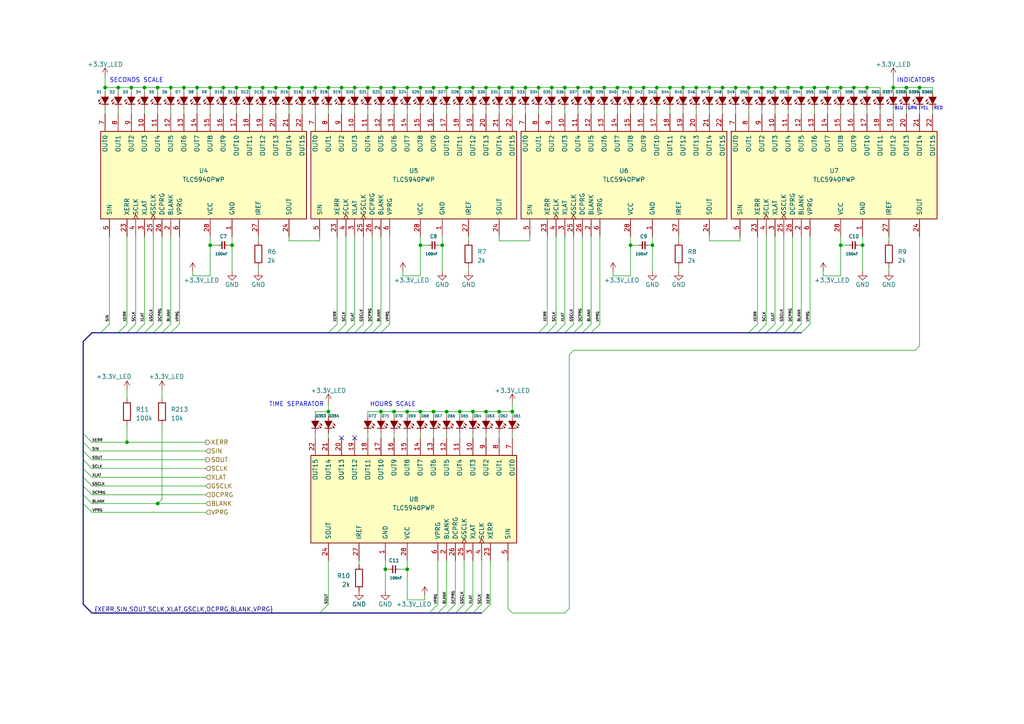
<source format=kicad_sch>
(kicad_sch (version 20230121) (generator eeschema)
  (paper "A4")
  (title_block (title "Broadcast Clock") (date "2024-05-06") (rev "v1.0") (company "https://espenandersen.no") (comment 1 "LED dial"))
  (junction (at 167.64 25.4))
  (junction (at 95.25 119.38))
  (junction (at 236.22 25.4))
  (junction (at 110.49 119.38))
  (junction (at 72.39 25.4))
  (junction (at 118.11 25.4))
  (junction (at 205.74 25.4))
  (junction (at 243.84 25.4))
  (junction (at 129.54 25.4))
  (junction (at 190.5 25.4))
  (junction (at 140.97 119.38))
  (junction (at 189.23 71.12))
  (junction (at 152.4 25.4))
  (junction (at 76.2 25.4))
  (junction (at 128.27 71.12))
  (junction (at 87.63 25.4))
  (junction (at 201.93 25.4))
  (junction (at 110.49 25.4))
  (junction (at 60.96 71.12))
  (junction (at 64.77 25.4))
  (junction (at 160.02 25.4))
  (junction (at 121.92 25.4))
  (junction (at 148.59 25.4))
  (junction (at 140.97 25.4))
  (junction (at 194.31 25.4))
  (junction (at 34.29 25.4))
  (junction (at 144.78 119.38))
  (junction (at 209.55 25.4))
  (junction (at 220.98 25.4))
  (junction (at 224.79 25.4))
  (junction (at 49.53 25.4))
  (junction (at 91.44 25.4))
  (junction (at 111.76 165.1))
  (junction (at 114.3 25.4))
  (junction (at 198.12 25.4))
  (junction (at 118.11 119.38))
  (junction (at 182.88 25.4))
  (junction (at 171.45 25.4))
  (junction (at 250.19 71.12))
  (junction (at 133.35 119.38))
  (junction (at 213.36 25.4))
  (junction (at 118.11 165.1))
  (junction (at 36.83 128.27))
  (junction (at 262.89 25.4))
  (junction (at 99.06 25.4))
  (junction (at 45.72 146.05))
  (junction (at 83.82 25.4))
  (junction (at 129.54 119.38))
  (junction (at 68.58 25.4))
  (junction (at 41.91 25.4))
  (junction (at 106.68 25.4))
  (junction (at 45.72 25.4))
  (junction (at 67.31 71.12))
  (junction (at 121.92 71.12))
  (junction (at 247.65 25.4))
  (junction (at 217.17 25.4))
  (junction (at 259.08 25.4))
  (junction (at 102.87 25.4))
  (junction (at 137.16 119.38))
  (junction (at 266.7 25.4))
  (junction (at 156.21 25.4))
  (junction (at 137.16 25.4))
  (junction (at 251.46 25.4))
  (junction (at 186.69 25.4))
  (junction (at 38.1 25.4))
  (junction (at 175.26 25.4))
  (junction (at 95.25 25.4))
  (junction (at 60.96 25.4))
  (junction (at 80.01 25.4))
  (junction (at 57.15 25.4))
  (junction (at 228.6 25.4))
  (junction (at 114.3 119.38))
  (junction (at 133.35 25.4))
  (junction (at 232.41 25.4))
  (junction (at 30.48 25.4))
  (junction (at 125.73 119.38))
  (junction (at 179.07 25.4))
  (junction (at 121.92 119.38))
  (junction (at 163.83 25.4))
  (junction (at 240.03 25.4))
  (junction (at 182.88 71.12))
  (junction (at 243.84 71.12))
  (junction (at 125.73 25.4))
  (junction (at 148.59 119.38))
  (junction (at 53.34 25.4))
  (junction (at 144.78 25.4))
  (no_connect (at 102.87 127))
  (no_connect (at 99.06 127))
  (bus_entry (at 113.03 93.98) (size -2.54 2.54))
  (bus_entry (at 41.91 93.98) (size -2.54 2.54))
  (bus_entry (at 137.16 175.26) (size -2.54 2.54))
  (bus_entry (at 105.41 93.98) (size -2.54 2.54))
  (bus_entry (at 219.71 93.98) (size -2.54 2.54))
  (bus_entry (at 100.33 93.98) (size -2.54 2.54))
  (bus_entry (at 234.95 93.98) (size -2.54 2.54))
  (bus_entry (at 46.99 93.98) (size -2.54 2.54))
  (bus_entry (at 158.75 93.98) (size -2.54 2.54))
  (bus_entry (at 26.67 138.43) (size -2.54 -2.54))
  (bus_entry (at 139.7 175.26) (size -2.54 2.54))
  (bus_entry (at 127 175.26) (size -2.54 2.54))
  (bus_entry (at 229.87 93.98) (size -2.54 2.54))
  (bus_entry (at 97.79 93.98) (size -2.54 2.54))
  (bus_entry (at 134.62 175.26) (size -2.54 2.54))
  (bus_entry (at 26.67 146.05) (size -2.54 -2.54))
  (bus_entry (at 36.83 93.98) (size -2.54 2.54))
  (bus_entry (at 31.75 93.98) (size -2.54 2.54))
  (bus_entry (at 142.24 175.26) (size -2.54 2.54))
  (bus_entry (at 110.49 93.98) (size -2.54 2.54))
  (bus_entry (at 24.13 146.05) (size 2.54 2.54))
  (bus_entry (at 39.37 93.98) (size -2.54 2.54))
  (bus_entry (at 173.99 93.98) (size -2.54 2.54))
  (bus_entry (at 26.67 135.89) (size -2.54 -2.54))
  (bus_entry (at 224.79 93.98) (size -2.54 2.54))
  (bus_entry (at 129.54 175.26) (size -2.54 2.54))
  (bus_entry (at 227.33 93.98) (size -2.54 2.54))
  (bus_entry (at 24.13 130.81) (size 2.54 2.54))
  (bus_entry (at 166.37 93.98) (size -2.54 2.54))
  (bus_entry (at 107.95 93.98) (size -2.54 2.54))
  (bus_entry (at 24.13 128.27) (size 2.54 2.54))
  (bus_entry (at 52.07 93.98) (size -2.54 2.54))
  (bus_entry (at 102.87 93.98) (size -2.54 2.54))
  (bus_entry (at 161.29 93.98) (size -2.54 2.54))
  (bus_entry (at 222.25 93.98) (size -2.54 2.54))
  (bus_entry (at 26.67 143.51) (size -2.54 -2.54))
  (bus_entry (at 168.91 93.98) (size -2.54 2.54))
  (bus_entry (at 232.41 93.98) (size -2.54 2.54))
  (bus_entry (at 44.45 93.98) (size -2.54 2.54))
  (bus_entry (at 95.25 175.26) (size -2.54 2.54))
  (bus_entry (at 132.08 175.26) (size -2.54 2.54))
  (bus_entry (at 26.67 128.27) (size -2.54 -2.54))
  (bus_entry (at 26.67 140.97) (size -2.54 -2.54))
  (bus_entry (at 171.45 93.98) (size -2.54 2.54))
  (bus_entry (at 163.83 93.98) (size -2.54 2.54))
  (bus_entry (at 49.53 93.98) (size -2.54 2.54))
  (wire (pts (xy 67.31 71.12) (xy 67.31 78.74)))
  (wire (pts (xy 83.82 69.85) (xy 92.71 69.85)))
  (wire (pts (xy 106.68 25.4) (xy 106.68 26.67)))
  (wire (pts (xy 102.87 25.4) (xy 106.68 25.4)))
  (wire (pts (xy 232.41 31.75) (xy 232.41 33.02)))
  (wire (pts (xy 156.21 25.4) (xy 160.02 25.4)))
  (wire (pts (xy 209.55 31.75) (xy 209.55 33.02)))
  (wire (pts (xy 104.14 162.56) (xy 104.14 163.83)))
  (bus (pts (xy 105.41 96.52) (xy 107.95 96.52)))
  (wire (pts (xy 38.1 25.4) (xy 41.91 25.4)))
  (wire (pts (xy 129.54 119.38) (xy 129.54 120.65)))
  (wire (pts (xy 182.88 71.12) (xy 185.42 71.12)))
  (wire (pts (xy 228.6 31.75) (xy 228.6 33.02)))
  (wire (pts (xy 209.55 25.4) (xy 209.55 26.67)))
  (wire (pts (xy 118.11 165.1) (xy 115.57 165.1)))
  (wire (pts (xy 102.87 31.75) (xy 102.87 33.02)))
  (wire (pts (xy 121.92 125.73) (xy 121.92 127)))
  (bus (pts (xy 222.25 96.52) (xy 224.79 96.52)))
  (wire (pts (xy 259.08 25.4) (xy 259.08 26.67)))
  (bus (pts (xy 24.13 143.51) (xy 24.13 146.05)))
  (wire (pts (xy 31.75 68.58) (xy 31.75 93.98)))
  (wire (pts (xy 220.98 25.4) (xy 224.79 25.4)))
  (wire (pts (xy 49.53 31.75) (xy 49.53 33.02)))
  (wire (pts (xy 189.23 68.58) (xy 189.23 71.12)))
  (wire (pts (xy 186.69 31.75) (xy 186.69 33.02)))
  (bus (pts (xy 127 177.8) (xy 129.54 177.8)))
  (bus (pts (xy 24.13 175.26) (xy 26.67 177.8)))
  (wire (pts (xy 68.58 31.75) (xy 68.58 33.02)))
  (bus (pts (xy 26.67 96.52) (xy 29.21 96.52)))
  (wire (pts (xy 118.11 165.1) (xy 118.11 173.99)))
  (wire (pts (xy 127 162.56) (xy 127 175.26)))
  (wire (pts (xy 161.29 68.58) (xy 161.29 93.98)))
  (wire (pts (xy 113.03 68.58) (xy 113.03 93.98)))
  (wire (pts (xy 102.87 68.58) (xy 102.87 93.98)))
  (wire (pts (xy 262.89 25.4) (xy 262.89 26.67)))
  (wire (pts (xy 139.7 162.56) (xy 139.7 175.26)))
  (wire (pts (xy 129.54 119.38) (xy 125.73 119.38)))
  (wire (pts (xy 125.73 125.73) (xy 125.73 127)))
  (wire (pts (xy 205.74 69.85) (xy 214.63 69.85)))
  (wire (pts (xy 228.6 25.4) (xy 232.41 25.4)))
  (wire (pts (xy 59.69 140.97) (xy 26.67 140.97)))
  (wire (pts (xy 114.3 31.75) (xy 114.3 33.02)))
  (wire (pts (xy 147.32 176.53) (xy 148.59 177.8)))
  (wire (pts (xy 266.7 68.58) (xy 266.7 100.33)))
  (wire (pts (xy 201.93 25.4) (xy 205.74 25.4)))
  (bus (pts (xy 49.53 96.52) (xy 95.25 96.52)))
  (bus (pts (xy 124.46 177.8) (xy 127 177.8)))
  (wire (pts (xy 229.87 68.58) (xy 229.87 93.98)))
  (wire (pts (xy 49.53 25.4) (xy 53.34 25.4)))
  (wire (pts (xy 118.11 119.38) (xy 118.11 120.65)))
  (bus (pts (xy 39.37 96.52) (xy 41.91 96.52)))
  (wire (pts (xy 59.69 133.35) (xy 26.67 133.35)))
  (wire (pts (xy 95.25 125.73) (xy 95.25 127)))
  (bus (pts (xy 134.62 177.8) (xy 137.16 177.8)))
  (bus (pts (xy 168.91 96.52) (xy 171.45 96.52)))
  (wire (pts (xy 99.06 25.4) (xy 99.06 26.67)))
  (wire (pts (xy 45.72 25.4) (xy 49.53 25.4)))
  (wire (pts (xy 87.63 25.4) (xy 91.44 25.4)))
  (wire (pts (xy 186.69 25.4) (xy 186.69 26.67)))
  (wire (pts (xy 121.92 71.12) (xy 124.46 71.12)))
  (wire (pts (xy 227.33 68.58) (xy 227.33 93.98)))
  (wire (pts (xy 152.4 31.75) (xy 152.4 33.02)))
  (wire (pts (xy 38.1 31.75) (xy 38.1 33.02)))
  (wire (pts (xy 60.96 25.4) (xy 60.96 26.67)))
  (wire (pts (xy 213.36 25.4) (xy 217.17 25.4)))
  (wire (pts (xy 266.7 31.75) (xy 266.7 33.02)))
  (wire (pts (xy 60.96 68.58) (xy 60.96 71.12)))
  (wire (pts (xy 198.12 25.4) (xy 201.93 25.4)))
  (wire (pts (xy 105.41 68.58) (xy 105.41 93.98)))
  (wire (pts (xy 251.46 31.75) (xy 251.46 33.02)))
  (wire (pts (xy 243.84 71.12) (xy 246.38 71.12)))
  (wire (pts (xy 236.22 25.4) (xy 240.03 25.4)))
  (wire (pts (xy 201.93 25.4) (xy 201.93 26.67)))
  (wire (pts (xy 95.25 25.4) (xy 99.06 25.4)))
  (wire (pts (xy 129.54 31.75) (xy 129.54 33.02)))
  (wire (pts (xy 217.17 25.4) (xy 220.98 25.4)))
  (wire (pts (xy 39.37 68.58) (xy 39.37 93.98)))
  (wire (pts (xy 110.49 25.4) (xy 110.49 26.67)))
  (wire (pts (xy 133.35 119.38) (xy 129.54 119.38)))
  (bus (pts (xy 163.83 96.52) (xy 166.37 96.52)))
  (wire (pts (xy 95.25 116.84) (xy 95.25 119.38)))
  (wire (pts (xy 30.48 25.4) (xy 30.48 26.67)))
  (wire (pts (xy 100.33 68.58) (xy 100.33 93.98)))
  (wire (pts (xy 110.49 31.75) (xy 110.49 33.02)))
  (wire (pts (xy 232.41 25.4) (xy 236.22 25.4)))
  (wire (pts (xy 36.83 68.58) (xy 36.83 93.98)))
  (bus (pts (xy 219.71 96.52) (xy 222.25 96.52)))
  (wire (pts (xy 232.41 68.58) (xy 232.41 93.98)))
  (wire (pts (xy 64.77 25.4) (xy 68.58 25.4)))
  (bus (pts (xy 137.16 177.8) (xy 139.7 177.8)))
  (wire (pts (xy 140.97 125.73) (xy 140.97 127)))
  (wire (pts (xy 64.77 25.4) (xy 64.77 26.67)))
  (wire (pts (xy 134.62 162.56) (xy 134.62 175.26)))
  (wire (pts (xy 144.78 125.73) (xy 144.78 127)))
  (wire (pts (xy 57.15 25.4) (xy 57.15 26.67)))
  (wire (pts (xy 171.45 25.4) (xy 175.26 25.4)))
  (wire (pts (xy 240.03 25.4) (xy 243.84 25.4)))
  (bus (pts (xy 229.87 96.52) (xy 232.41 96.52)))
  (wire (pts (xy 59.69 130.81) (xy 26.67 130.81)))
  (wire (pts (xy 110.49 125.73) (xy 110.49 127)))
  (wire (pts (xy 262.89 25.4) (xy 266.7 25.4)))
  (wire (pts (xy 41.91 68.58) (xy 41.91 93.98)))
  (wire (pts (xy 87.63 31.75) (xy 87.63 33.02)))
  (bus (pts (xy 24.13 133.35) (xy 24.13 135.89)))
  (wire (pts (xy 59.69 135.89) (xy 26.67 135.89)))
  (wire (pts (xy 110.49 119.38) (xy 106.68 119.38)))
  (wire (pts (xy 114.3 125.73) (xy 114.3 127)))
  (wire (pts (xy 236.22 25.4) (xy 236.22 26.67)))
  (wire (pts (xy 259.08 25.4) (xy 262.89 25.4)))
  (wire (pts (xy 80.01 25.4) (xy 83.82 25.4)))
  (bus (pts (xy 161.29 96.52) (xy 163.83 96.52)))
  (wire (pts (xy 243.84 68.58) (xy 243.84 71.12)))
  (wire (pts (xy 99.06 31.75) (xy 99.06 33.02)))
  (wire (pts (xy 171.45 25.4) (xy 171.45 26.67)))
  (wire (pts (xy 205.74 25.4) (xy 209.55 25.4)))
  (wire (pts (xy 44.45 68.58) (xy 44.45 93.98)))
  (wire (pts (xy 166.37 101.6) (xy 265.43 101.6)))
  (wire (pts (xy 121.92 31.75) (xy 121.92 33.02)))
  (wire (pts (xy 118.11 31.75) (xy 118.11 33.02)))
  (wire (pts (xy 175.26 25.4) (xy 175.26 26.67)))
  (wire (pts (xy 224.79 68.58) (xy 224.79 93.98)))
  (wire (pts (xy 142.24 162.56) (xy 142.24 175.26)))
  (bus (pts (xy 129.54 177.8) (xy 132.08 177.8)))
  (wire (pts (xy 110.49 68.58) (xy 110.49 93.98)))
  (wire (pts (xy 106.68 25.4) (xy 110.49 25.4)))
  (wire (pts (xy 259.08 22.225) (xy 259.08 25.4)))
  (wire (pts (xy 59.69 143.51) (xy 26.67 143.51)))
  (wire (pts (xy 83.82 25.4) (xy 87.63 25.4)))
  (wire (pts (xy 222.25 68.58) (xy 222.25 93.98)))
  (wire (pts (xy 179.07 25.4) (xy 179.07 26.67)))
  (wire (pts (xy 132.08 162.56) (xy 132.08 175.26)))
  (wire (pts (xy 68.58 25.4) (xy 72.39 25.4)))
  (wire (pts (xy 76.2 25.4) (xy 76.2 26.67)))
  (wire (pts (xy 228.6 25.4) (xy 228.6 26.67)))
  (wire (pts (xy 270.51 31.75) (xy 270.51 33.02)))
  (wire (pts (xy 167.64 31.75) (xy 167.64 33.02)))
  (wire (pts (xy 133.35 31.75) (xy 133.35 33.02)))
  (wire (pts (xy 148.59 25.4) (xy 148.59 26.67)))
  (wire (pts (xy 121.92 25.4) (xy 121.92 26.67)))
  (wire (pts (xy 76.2 31.75) (xy 76.2 33.02)))
  (bus (pts (xy 24.13 146.05) (xy 24.13 175.26)))
  (wire (pts (xy 137.16 162.56) (xy 137.16 175.26)))
  (wire (pts (xy 165.1 102.87) (xy 166.37 101.6)))
  (bus (pts (xy 24.13 99.06) (xy 24.13 125.73)))
  (wire (pts (xy 49.53 68.58) (xy 49.53 93.98)))
  (bus (pts (xy 92.71 177.8) (xy 124.46 177.8)))
  (wire (pts (xy 76.2 25.4) (xy 80.01 25.4)))
  (wire (pts (xy 171.45 68.58) (xy 171.45 93.98)))
  (wire (pts (xy 91.44 25.4) (xy 91.44 26.67)))
  (wire (pts (xy 140.97 31.75) (xy 140.97 33.02)))
  (bus (pts (xy 24.13 135.89) (xy 24.13 138.43)))
  (wire (pts (xy 144.78 119.38) (xy 140.97 119.38)))
  (wire (pts (xy 213.36 31.75) (xy 213.36 33.02)))
  (wire (pts (xy 259.08 31.75) (xy 259.08 33.02)))
  (wire (pts (xy 144.78 68.58) (xy 144.78 69.85)))
  (bus (pts (xy 110.49 96.52) (xy 156.21 96.52)))
  (wire (pts (xy 214.63 68.58) (xy 214.63 69.85)))
  (wire (pts (xy 179.07 31.75) (xy 179.07 33.02)))
  (wire (pts (xy 53.34 25.4) (xy 53.34 26.67)))
  (wire (pts (xy 106.68 31.75) (xy 106.68 33.02)))
  (wire (pts (xy 121.92 119.38) (xy 118.11 119.38)))
  (wire (pts (xy 163.83 68.58) (xy 163.83 93.98)))
  (wire (pts (xy 83.82 31.75) (xy 83.82 33.02)))
  (wire (pts (xy 116.84 78.74) (xy 116.84 80.01)))
  (wire (pts (xy 137.16 31.75) (xy 137.16 33.02)))
  (wire (pts (xy 144.78 119.38) (xy 144.78 120.65)))
  (wire (pts (xy 148.59 125.73) (xy 148.59 127)))
  (bus (pts (xy 24.13 125.73) (xy 24.13 128.27)))
  (wire (pts (xy 121.92 71.12) (xy 121.92 80.01)))
  (wire (pts (xy 251.46 25.4) (xy 255.27 25.4)))
  (wire (pts (xy 129.54 25.4) (xy 129.54 26.67)))
  (wire (pts (xy 194.31 31.75) (xy 194.31 33.02)))
  (wire (pts (xy 251.46 25.4) (xy 251.46 26.67)))
  (wire (pts (xy 147.32 162.56) (xy 147.32 176.53)))
  (wire (pts (xy 59.69 148.59) (xy 26.67 148.59)))
  (wire (pts (xy 182.88 71.12) (xy 182.88 80.01)))
  (wire (pts (xy 91.44 25.4) (xy 95.25 25.4)))
  (wire (pts (xy 182.88 25.4) (xy 182.88 26.67)))
  (wire (pts (xy 110.49 119.38) (xy 110.49 120.65)))
  (wire (pts (xy 205.74 25.4) (xy 205.74 26.67)))
  (wire (pts (xy 64.77 31.75) (xy 64.77 33.02)))
  (wire (pts (xy 137.16 119.38) (xy 137.16 120.65)))
  (bus (pts (xy 102.87 96.52) (xy 105.41 96.52)))
  (wire (pts (xy 95.25 119.38) (xy 95.25 120.65)))
  (wire (pts (xy 107.95 68.58) (xy 107.95 93.98)))
  (wire (pts (xy 113.03 165.1) (xy 111.76 165.1)))
  (wire (pts (xy 240.03 31.75) (xy 240.03 33.02)))
  (wire (pts (xy 46.99 144.78) (xy 45.72 146.05)))
  (wire (pts (xy 68.58 25.4) (xy 68.58 26.67)))
  (wire (pts (xy 262.89 31.75) (xy 262.89 33.02)))
  (wire (pts (xy 59.69 128.27) (xy 36.83 128.27)))
  (wire (pts (xy 34.29 25.4) (xy 38.1 25.4)))
  (wire (pts (xy 30.48 22.225) (xy 30.48 25.4)))
  (wire (pts (xy 140.97 119.38) (xy 137.16 119.38)))
  (wire (pts (xy 45.72 25.4) (xy 45.72 26.67)))
  (wire (pts (xy 165.1 176.53) (xy 163.83 177.8)))
  (wire (pts (xy 118.11 125.73) (xy 118.11 127)))
  (wire (pts (xy 97.79 68.58) (xy 97.79 93.98)))
  (wire (pts (xy 114.3 25.4) (xy 118.11 25.4)))
  (bus (pts (xy 166.37 96.52) (xy 168.91 96.52)))
  (wire (pts (xy 167.64 25.4) (xy 167.64 26.67)))
  (wire (pts (xy 34.29 25.4) (xy 34.29 26.67)))
  (wire (pts (xy 148.59 31.75) (xy 148.59 33.02)))
  (wire (pts (xy 148.59 116.84) (xy 148.59 119.38)))
  (wire (pts (xy 41.91 25.4) (xy 45.72 25.4)))
  (wire (pts (xy 128.27 71.12) (xy 128.27 78.74)))
  (wire (pts (xy 238.76 78.74) (xy 238.76 80.01)))
  (wire (pts (xy 83.82 68.58) (xy 83.82 69.85)))
  (wire (pts (xy 140.97 25.4) (xy 140.97 26.67)))
  (wire (pts (xy 121.92 68.58) (xy 121.92 71.12)))
  (wire (pts (xy 45.72 31.75) (xy 45.72 33.02)))
  (wire (pts (xy 152.4 25.4) (xy 156.21 25.4)))
  (bus (pts (xy 100.33 96.52) (xy 102.87 96.52)))
  (wire (pts (xy 30.48 31.75) (xy 30.48 33.02)))
  (wire (pts (xy 209.55 25.4) (xy 213.36 25.4)))
  (wire (pts (xy 133.35 25.4) (xy 137.16 25.4)))
  (wire (pts (xy 182.88 31.75) (xy 182.88 33.02)))
  (wire (pts (xy 129.54 125.73) (xy 129.54 127)))
  (bus (pts (xy 36.83 96.52) (xy 39.37 96.52)))
  (bus (pts (xy 24.13 130.81) (xy 24.13 133.35)))
  (wire (pts (xy 127 71.12) (xy 128.27 71.12)))
  (wire (pts (xy 175.26 25.4) (xy 179.07 25.4)))
  (wire (pts (xy 148.59 177.8) (xy 163.83 177.8)))
  (wire (pts (xy 59.69 138.43) (xy 26.67 138.43)))
  (wire (pts (xy 110.49 25.4) (xy 114.3 25.4)))
  (wire (pts (xy 163.83 25.4) (xy 163.83 26.67)))
  (wire (pts (xy 46.99 123.19) (xy 46.99 144.78)))
  (wire (pts (xy 95.25 119.38) (xy 91.44 119.38)))
  (wire (pts (xy 92.71 68.58) (xy 92.71 69.85)))
  (wire (pts (xy 182.88 25.4) (xy 186.69 25.4)))
  (wire (pts (xy 205.74 68.58) (xy 205.74 69.85)))
  (bus (pts (xy 46.99 96.52) (xy 49.53 96.52)))
  (wire (pts (xy 266.7 25.4) (xy 266.7 26.67)))
  (wire (pts (xy 220.98 25.4) (xy 220.98 26.67)))
  (wire (pts (xy 111.76 165.1) (xy 111.76 171.45)))
  (bus (pts (xy 41.91 96.52) (xy 44.45 96.52)))
  (wire (pts (xy 111.76 162.56) (xy 111.76 165.1)))
  (wire (pts (xy 234.95 68.58) (xy 234.95 93.98)))
  (wire (pts (xy 243.84 25.4) (xy 247.65 25.4)))
  (wire (pts (xy 270.51 25.4) (xy 270.51 26.67)))
  (wire (pts (xy 57.15 31.75) (xy 57.15 33.02)))
  (wire (pts (xy 36.83 123.19) (xy 36.83 128.27)))
  (bus (pts (xy 224.79 96.52) (xy 227.33 96.52)))
  (wire (pts (xy 189.23 71.12) (xy 189.23 78.74)))
  (wire (pts (xy 114.3 25.4) (xy 114.3 26.67)))
  (wire (pts (xy 83.82 25.4) (xy 83.82 26.67)))
  (wire (pts (xy 247.65 25.4) (xy 247.65 26.67)))
  (wire (pts (xy 129.54 25.4) (xy 133.35 25.4)))
  (wire (pts (xy 140.97 119.38) (xy 140.97 120.65)))
  (wire (pts (xy 179.07 25.4) (xy 182.88 25.4)))
  (bus (pts (xy 171.45 96.52) (xy 217.17 96.52)))
  (wire (pts (xy 41.91 25.4) (xy 41.91 26.67)))
  (wire (pts (xy 128.27 68.58) (xy 128.27 71.12)))
  (wire (pts (xy 91.44 119.38) (xy 91.44 120.65)))
  (wire (pts (xy 137.16 25.4) (xy 140.97 25.4)))
  (wire (pts (xy 187.96 71.12) (xy 189.23 71.12)))
  (wire (pts (xy 114.3 119.38) (xy 110.49 119.38)))
  (wire (pts (xy 52.07 68.58) (xy 52.07 93.98)))
  (wire (pts (xy 95.25 31.75) (xy 95.25 33.02)))
  (wire (pts (xy 60.96 71.12) (xy 60.96 80.01)))
  (wire (pts (xy 133.35 119.38) (xy 133.35 120.65)))
  (wire (pts (xy 153.67 68.58) (xy 153.67 69.85)))
  (wire (pts (xy 257.81 77.47) (xy 257.81 78.74)))
  (wire (pts (xy 217.17 25.4) (xy 217.17 26.67)))
  (wire (pts (xy 80.01 31.75) (xy 80.01 33.02)))
  (bus (pts (xy 217.17 96.52) (xy 219.71 96.52)))
  (wire (pts (xy 118.11 25.4) (xy 121.92 25.4)))
  (wire (pts (xy 91.44 125.73) (xy 91.44 127)))
  (wire (pts (xy 255.27 25.4) (xy 255.27 26.67)))
  (bus (pts (xy 158.75 96.52) (xy 161.29 96.52)))
  (wire (pts (xy 74.93 77.47) (xy 74.93 78.74)))
  (wire (pts (xy 80.01 25.4) (xy 80.01 26.67)))
  (bus (pts (xy 34.29 96.52) (xy 36.83 96.52)))
  (wire (pts (xy 121.92 25.4) (xy 125.73 25.4)))
  (wire (pts (xy 236.22 31.75) (xy 236.22 33.02)))
  (wire (pts (xy 121.92 119.38) (xy 121.92 120.65)))
  (bus (pts (xy 95.25 96.52) (xy 97.79 96.52)))
  (wire (pts (xy 60.96 31.75) (xy 60.96 33.02)))
  (bus (pts (xy 29.21 96.52) (xy 34.29 96.52)))
  (wire (pts (xy 243.84 25.4) (xy 243.84 26.67)))
  (wire (pts (xy 95.25 25.4) (xy 95.25 26.67)))
  (wire (pts (xy 160.02 25.4) (xy 163.83 25.4)))
  (wire (pts (xy 190.5 25.4) (xy 194.31 25.4)))
  (wire (pts (xy 137.16 125.73) (xy 137.16 127)))
  (wire (pts (xy 167.64 25.4) (xy 171.45 25.4)))
  (wire (pts (xy 194.31 25.4) (xy 194.31 26.67)))
  (wire (pts (xy 247.65 31.75) (xy 247.65 33.02)))
  (bus (pts (xy 26.67 96.52) (xy 24.13 99.06)))
  (wire (pts (xy 118.11 119.38) (xy 114.3 119.38)))
  (wire (pts (xy 238.76 80.01) (xy 243.84 80.01)))
  (wire (pts (xy 177.8 78.74) (xy 177.8 80.01)))
  (wire (pts (xy 125.73 25.4) (xy 125.73 26.67)))
  (wire (pts (xy 265.43 101.6) (xy 266.7 100.33)))
  (wire (pts (xy 255.27 31.75) (xy 255.27 33.02)))
  (wire (pts (xy 219.71 68.58) (xy 219.71 93.98)))
  (bus (pts (xy 156.21 96.52) (xy 158.75 96.52)))
  (wire (pts (xy 243.84 71.12) (xy 243.84 80.01)))
  (wire (pts (xy 57.15 25.4) (xy 60.96 25.4)))
  (wire (pts (xy 243.84 31.75) (xy 243.84 33.02)))
  (wire (pts (xy 160.02 31.75) (xy 160.02 33.02)))
  (wire (pts (xy 148.59 25.4) (xy 152.4 25.4)))
  (wire (pts (xy 144.78 31.75) (xy 144.78 33.02)))
  (wire (pts (xy 186.69 25.4) (xy 190.5 25.4)))
  (wire (pts (xy 135.89 77.47) (xy 135.89 78.74)))
  (wire (pts (xy 36.83 128.27) (xy 26.67 128.27)))
  (wire (pts (xy 198.12 25.4) (xy 198.12 26.67)))
  (wire (pts (xy 67.31 68.58) (xy 67.31 71.12)))
  (wire (pts (xy 224.79 25.4) (xy 224.79 26.67)))
  (wire (pts (xy 106.68 119.38) (xy 106.68 120.65)))
  (wire (pts (xy 217.17 31.75) (xy 217.17 33.02)))
  (wire (pts (xy 198.12 31.75) (xy 198.12 33.02)))
  (wire (pts (xy 34.29 31.75) (xy 34.29 33.02)))
  (wire (pts (xy 158.75 68.58) (xy 158.75 93.98)))
  (wire (pts (xy 148.59 119.38) (xy 144.78 119.38)))
  (wire (pts (xy 26.67 146.05) (xy 45.72 146.05)))
  (wire (pts (xy 87.63 25.4) (xy 87.63 26.67)))
  (wire (pts (xy 196.85 77.47) (xy 196.85 78.74)))
  (wire (pts (xy 190.5 31.75) (xy 190.5 33.02)))
  (wire (pts (xy 137.16 25.4) (xy 137.16 26.67)))
  (wire (pts (xy 166.37 68.58) (xy 166.37 93.98)))
  (wire (pts (xy 123.19 173.99) (xy 118.11 173.99)))
  (wire (pts (xy 72.39 31.75) (xy 72.39 33.02)))
  (wire (pts (xy 156.21 31.75) (xy 156.21 33.02)))
  (wire (pts (xy 190.5 25.4) (xy 190.5 26.67)))
  (wire (pts (xy 165.1 102.87) (xy 165.1 176.53)))
  (wire (pts (xy 266.7 25.4) (xy 270.51 25.4)))
  (wire (pts (xy 205.74 31.75) (xy 205.74 33.02)))
  (wire (pts (xy 133.35 125.73) (xy 133.35 127)))
  (wire (pts (xy 137.16 119.38) (xy 133.35 119.38)))
  (wire (pts (xy 133.35 25.4) (xy 133.35 26.67)))
  (wire (pts (xy 213.36 25.4) (xy 213.36 26.67)))
  (bus (pts (xy 26.67 177.8) (xy 92.71 177.8)))
  (wire (pts (xy 220.98 31.75) (xy 220.98 33.02)))
  (wire (pts (xy 125.73 119.38) (xy 121.92 119.38)))
  (wire (pts (xy 55.88 78.74) (xy 55.88 80.01)))
  (bus (pts (xy 107.95 96.52) (xy 110.49 96.52)))
  (wire (pts (xy 171.45 31.75) (xy 171.45 33.02)))
  (wire (pts (xy 118.11 162.56) (xy 118.11 165.1)))
  (wire (pts (xy 240.03 25.4) (xy 240.03 26.67)))
  (wire (pts (xy 60.96 25.4) (xy 64.77 25.4)))
  (wire (pts (xy 224.79 31.75) (xy 224.79 33.02)))
  (wire (pts (xy 232.41 25.4) (xy 232.41 26.67)))
  (wire (pts (xy 123.19 172.72) (xy 123.19 173.99)))
  (bus (pts (xy 24.13 128.27) (xy 24.13 130.81)))
  (bus (pts (xy 24.13 138.43) (xy 24.13 140.97)))
  (wire (pts (xy 257.81 68.58) (xy 257.81 69.85)))
  (wire (pts (xy 60.96 71.12) (xy 63.5 71.12)))
  (wire (pts (xy 41.91 31.75) (xy 41.91 33.02)))
  (wire (pts (xy 49.53 25.4) (xy 49.53 26.67)))
  (wire (pts (xy 55.88 80.01) (xy 60.96 80.01)))
  (wire (pts (xy 125.73 119.38) (xy 125.73 120.65)))
  (wire (pts (xy 74.93 68.58) (xy 74.93 69.85)))
  (bus (pts (xy 132.08 177.8) (xy 134.62 177.8)))
  (wire (pts (xy 102.87 25.4) (xy 102.87 26.67)))
  (wire (pts (xy 144.78 25.4) (xy 148.59 25.4)))
  (wire (pts (xy 163.83 31.75) (xy 163.83 33.02)))
  (wire (pts (xy 99.06 25.4) (xy 102.87 25.4)))
  (wire (pts (xy 248.92 71.12) (xy 250.19 71.12)))
  (wire (pts (xy 38.1 25.4) (xy 38.1 26.67)))
  (wire (pts (xy 177.8 80.01) (xy 182.88 80.01)))
  (wire (pts (xy 116.84 80.01) (xy 121.92 80.01)))
  (wire (pts (xy 148.59 119.38) (xy 148.59 120.65)))
  (wire (pts (xy 144.78 69.85) (xy 153.67 69.85)))
  (wire (pts (xy 129.54 162.56) (xy 129.54 175.26)))
  (wire (pts (xy 30.48 25.4) (xy 34.29 25.4)))
  (wire (pts (xy 156.21 25.4) (xy 156.21 26.67)))
  (wire (pts (xy 224.79 25.4) (xy 228.6 25.4)))
  (bus (pts (xy 24.13 140.97) (xy 24.13 143.51)))
  (bus (pts (xy 97.79 96.52) (xy 100.33 96.52)))
  (wire (pts (xy 175.26 31.75) (xy 175.26 33.02)))
  (wire (pts (xy 45.72 146.05) (xy 59.69 146.05)))
  (wire (pts (xy 196.85 68.58) (xy 196.85 69.85)))
  (wire (pts (xy 95.25 162.56) (xy 95.25 175.26)))
  (wire (pts (xy 118.11 25.4) (xy 118.11 26.67)))
  (wire (pts (xy 140.97 25.4) (xy 144.78 25.4)))
  (wire (pts (xy 201.93 31.75) (xy 201.93 33.02)))
  (wire (pts (xy 168.91 68.58) (xy 168.91 93.98)))
  (wire (pts (xy 106.68 125.73) (xy 106.68 127)))
  (bus (pts (xy 44.45 96.52) (xy 46.99 96.52)))
  (wire (pts (xy 163.83 25.4) (xy 167.64 25.4)))
  (wire (pts (xy 250.19 68.58) (xy 250.19 71.12)))
  (wire (pts (xy 66.04 71.12) (xy 67.31 71.12)))
  (wire (pts (xy 160.02 25.4) (xy 160.02 26.67)))
  (wire (pts (xy 173.99 68.58) (xy 173.99 93.98)))
  (wire (pts (xy 247.65 25.4) (xy 251.46 25.4)))
  (wire (pts (xy 194.31 25.4) (xy 198.12 25.4)))
  (wire (pts (xy 135.89 68.58) (xy 135.89 69.85)))
  (wire (pts (xy 144.78 25.4) (xy 144.78 26.67)))
  (wire (pts (xy 182.88 68.58) (xy 182.88 71.12)))
  (wire (pts (xy 46.99 68.58) (xy 46.99 93.98)))
  (wire (pts (xy 53.34 31.75) (xy 53.34 33.02)))
  (wire (pts (xy 125.73 31.75) (xy 125.73 33.02)))
  (wire (pts (xy 72.39 25.4) (xy 72.39 26.67)))
  (wire (pts (xy 125.73 25.4) (xy 129.54 25.4)))
  (bus (pts (xy 227.33 96.52) (xy 229.87 96.52)))
  (wire (pts (xy 53.34 25.4) (xy 57.15 25.4)))
  (wire (pts (xy 91.44 31.75) (xy 91.44 33.02)))
  (wire (pts (xy 72.39 25.4) (xy 76.2 25.4)))
  (wire (pts (xy 250.19 71.12) (xy 250.19 78.74)))
  (wire (pts (xy 46.99 113.03) (xy 46.99 115.57)))
  (wire (pts (xy 114.3 119.38) (xy 114.3 120.65)))
  (wire (pts (xy 152.4 25.4) (xy 152.4 26.67)))
  (wire (pts (xy 36.83 113.03) (xy 36.83 115.57)))
  (text "BLU" (at 259.334 32.004 0) (effects (font (size 0.889 0.889)) (justify left bottom)))
  (text "YEL" (at 266.954 32.004 0) (effects (font (size 0.889 0.889)) (justify left bottom)))
  (text "HOURS SCALE" (at 120.65 118.11 0) (effects (font (size 1.27 1.27)) (justify right bottom)))
  (text "SECONDS SCALE" (at 31.75 24.13 0) (effects (font (size 1.27 1.27)) (justify left bottom)))
  (text "RED" (at 270.764 32.004 0) (effects (font (size 0.889 0.889)) (justify left bottom)))
  (text "INDICATORS" (at 260.096 24.13 0) (effects (font (size 1.27 1.27)) (justify left bottom)))
  (text "TIME SEPARATOR" (at 93.98 118.11 0) (effects (font (size 1.27 1.27)) (justify right bottom)))
  (text "GRN" (at 263.144 32.004 0) (effects (font (size 0.889 0.889)) (justify left bottom)))
  (label "SOUT" (at 95.25 175.26 90) (effects (font (size 0.762 0.762))))
  (label "DCPRG" (at 26.67 143.51 0) (effects (font (size 0.762 0.762))))
  (label "SCLK" (at 222.25 93.345 90) (effects (font (size 0.762 0.762))))
  (label "VPRG" (at 127 175.26 90) (effects (font (size 0.762 0.762))))
  (label "GSCLK" (at 134.62 175.26 90) (effects (font (size 0.762 0.762))))
  (label "VPRG" (at 173.99 93.345 90) (effects (font (size 0.762 0.762))))
  (label "VPRG" (at 52.07 93.345 90) (effects (font (size 0.762 0.762))))
  (label "GSCLK" (at 44.45 93.345 90) (effects (font (size 0.762 0.762))))
  (label "SCLK" (at 139.7 175.26 90) (effects (font (size 0.762 0.762))))
  (label "DCPRG" (at 132.08 175.26 90) (effects (font (size 0.762 0.762))))
  (label "BLANK" (at 171.45 93.345 90) (effects (font (size 0.762 0.762))))
  (label "XERR" (at 26.67 128.27 0) (effects (font (size 0.762 0.762))))
  (label "DCPRG" (at 107.95 93.345 90) (effects (font (size 0.762 0.762))))
  (label "SOUT" (at 26.67 133.35 0) (effects (font (size 0.762 0.762))))
  (label "SCLK" (at 161.29 93.345 90) (effects (font (size 0.762 0.762))))
  (label "BLANK" (at 232.41 93.345 90) (effects (font (size 0.762 0.762))))
  (label "BLANK" (at 49.53 93.345 90) (effects (font (size 0.762 0.762))))
  (label "DCPRG" (at 46.99 93.345 90) (effects (font (size 0.762 0.762))))
  (label "SCLK" (at 100.33 93.345 90) (effects (font (size 0.762 0.762))))
  (label "VPRG" (at 234.95 93.345 90) (effects (font (size 0.762 0.762))))
  (label "XERR" (at 219.71 93.345 90) (effects (font (size 0.762 0.762))))
  (label "XLAT" (at 41.91 93.345 90) (effects (font (size 0.762 0.762))))
  (label "GSCLK" (at 166.37 93.345 90) (effects (font (size 0.762 0.762))))
  (label "DCPRG" (at 229.87 93.345 90) (effects (font (size 0.762 0.762))))
  (label "VPRG" (at 26.67 148.59 0) (effects (font (size 0.762 0.762))))
  (label "DCPRG" (at 168.91 93.345 90) (effects (font (size 0.762 0.762))))
  (label "GSCLK" (at 26.67 140.97 0) (effects (font (size 0.762 0.762))))
  (label "XLAT" (at 102.87 93.345 90) (effects (font (size 0.762 0.762))))
  (label "GSCLK" (at 227.33 93.345 90) (effects (font (size 0.762 0.762))))
  (label "XERR" (at 158.75 93.345 90) (effects (font (size 0.762 0.762))))
  (label "VPRG" (at 113.03 93.345 90) (effects (font (size 0.762 0.762))))
  (label "XERR" (at 142.24 175.26 90) (effects (font (size 0.762 0.762))))
  (label "SIN" (at 26.67 130.81 0) (effects (font (size 0.762 0.762))))
  (label "SCLK" (at 26.67 135.89 0) (effects (font (size 0.762 0.762))))
  (label "XLAT" (at 137.16 175.26 90) (effects (font (size 0.762 0.762))))
  (label "SCLK" (at 39.37 93.345 90) (effects (font (size 0.762 0.762))))
  (label "GSCLK" (at 105.41 93.345 90) (effects (font (size 0.762 0.762))))
  (label "BLANK" (at 129.54 175.26 90) (effects (font (size 0.762 0.762))))
  (label "XERR" (at 97.79 93.345 90) (effects (font (size 0.762 0.762))))
  (label "XLAT" (at 163.83 93.345 90) (effects (font (size 0.762 0.762))))
  (label "BLANK" (at 26.67 146.05 0) (effects (font (size 0.762 0.762))))
  (label "BLANK" (at 110.49 93.345 90) (effects (font (size 0.762 0.762))))
  (label "SIN" (at 31.75 93.345 90) (effects (font (size 0.762 0.762))))
  (label "{XERR,SIN,SOUT,SCLK,XLAT,GSCLK,DCPRG,BLANK,VPRG}" (at 27.305 177.8 0))
  (label "XLAT" (at 26.67 138.43 0) (effects (font (size 0.762 0.762))))
  (label "XLAT" (at 224.79 93.345 90) (effects (font (size 0.762 0.762))))
  (label "XERR" (at 36.83 93.345 90) (effects (font (size 0.762 0.762))))
  (hierarchical_label "SCLK" (shape input) (at 59.69 135.89 0))
  (hierarchical_label "XLAT" (shape input) (at 59.69 138.43 0))
  (hierarchical_label "SIN" (shape input) (at 59.69 130.81 0))
  (hierarchical_label "DCPRG" (shape input) (at 59.69 143.51 0))
  (hierarchical_label "SOUT" (shape output) (at 59.69 133.35 0))
  (hierarchical_label "BLANK" (shape input) (at 59.69 146.05 0))
  (hierarchical_label "VPRG" (shape input) (at 59.69 148.59 0))
  (hierarchical_label "GSCLK" (shape input) (at 59.69 140.97 0))
  (hierarchical_label "XERR" (shape output) (at 59.69 128.27 0))
  (symbol (lib_id "Device_espena:LED_Filled_Tiny") (at 251.46 29.21 0) (unit 1)
    (property "Reference" "D59" (at 248.92 26.67 0) (effects (font (size 0.762 0.762)) (justify left)))
    (property "Value" "620nm" (effects hide))
    (property "Footprint" "LED_THT_espena:LED_D5.0mm_p2.54" (effects hide))
  )
  (symbol (lib_id "Device_espena:LED_Filled_Tiny") (at 175.26 29.21 0) (unit 1)
    (property "Reference" "D39" (at 172.72 26.67 0) (effects (font (size 0.762 0.762)) (justify left)))
    (property "Value" "620nm" (effects hide))
    (property "Footprint" "LED_THT_espena:LED_D5.0mm_p2.54" (effects hide))
  )
  (symbol (lib_id "Device_espena:LED_Filled_Tiny") (at 110.49 29.21 0) (unit 1)
    (property "Reference" "D22" (at 107.95 26.67 0) (effects (font (size 0.762 0.762)) (justify left)))
    (property "Value" "620nm" (effects hide))
    (property "Footprint" "LED_THT_espena:LED_D5.0mm_p2.54" (effects hide))
  )
  (symbol (lib_id "power_espena:+3.3V_LED") (at 238.76 78.74 0) (unit 1)
    (property "Reference" "#PWR018" (effects hide))
    (property "Value" "+3.3V_LED" (at 241.3 81.28 0))
  )
  (symbol (lib_id "Device_espena:LED_Filled_Tiny") (at 91.44 29.21 0) (unit 1)
    (property "Reference" "D17" (at 88.9 26.67 0) (effects (font (size 0.762 0.762)) (justify left)))
    (property "Value" "620nm" (effects hide))
    (property "Footprint" "LED_THT_espena:LED_D5.0mm_p2.54" (effects hide))
  )
  (symbol (lib_id "Device_espena:LED_Filled_Tiny") (at 118.11 123.19 0) (mirror y) (unit 1)
    (property "Reference" "D69" (at 120.65 120.65 0) (effects (font (size 0.762 0.762)) (justify left)))
    (property "Value" "620nm" (effects hide))
    (property "Footprint" "LED_THT_espena:LED_D5.0mm_p2.54" (effects hide))
  )
  (symbol (lib_id "Device_espena:LED_Filled_Tiny") (at 156.21 29.21 0) (unit 1)
    (property "Reference" "D34" (at 153.67 26.67 0) (effects (font (size 0.762 0.762)) (justify left)))
    (property "Value" "620nm" (effects hide))
    (property "Footprint" "LED_THT_espena:LED_D5.0mm_p2.54" (effects hide))
  )
  (symbol (lib_id "Device_espena:LED_Filled_Tiny") (at 91.44 123.19 0) (mirror y) (unit 1)
    (property "Reference" "D353" (at 94.615 120.65 0) (effects (font (size 0.762 0.762)) (justify left)))
    (property "Value" "620nm" (effects hide))
    (property "Footprint" "LED_THT_espena:LED_D5.0mm_p2.54" (effects hide))
  )
  (symbol (lib_id "Device_espena:C_Decoupling") (at 247.65 71.12 90) (unit 1)
    (property "Reference" "C10" (at 247.65 68.58 90) (effects (font (size 1 1))))
    (property "Value" "100nF" (at 248.92 73.66 90) (effects (font (size 0.762 0.762)) (justify left)))
  )
  (symbol (lib_id "Device_espena:LED_Filled_Tiny") (at 171.45 29.21 0) (unit 1)
    (property "Reference" "D38" (at 168.91 26.67 0) (effects (font (size 0.762 0.762)) (justify left)))
    (property "Value" "620nm" (effects hide))
    (property "Footprint" "LED_THT_espena:LED_D5.0mm_p2.54" (effects hide))
  )
  (symbol (lib_id "Device_espena:C_Decoupling") (at 125.73 71.12 90) (unit 1)
    (property "Reference" "C8" (at 125.73 68.58 90) (effects (font (size 1 1))))
    (property "Value" "100nF" (at 127 73.66 90) (effects (font (size 0.762 0.762)) (justify left)))
  )
  (symbol (lib_id "Device_espena:LED_Filled_Tiny") (at 144.78 29.21 0) (unit 1)
    (property "Reference" "D31" (at 142.24 26.67 0) (effects (font (size 0.762 0.762)) (justify left)))
    (property "Value" "620nm" (effects hide))
    (property "Footprint" "LED_THT_espena:LED_D5.0mm_p2.54" (effects hide))
  )
  (symbol (lib_id "Device_espena:LED_Filled_Tiny") (at 163.83 29.21 0) (unit 1)
    (property "Reference" "D36" (at 161.29 26.67 0) (effects (font (size 0.762 0.762)) (justify left)))
    (property "Value" "620nm" (effects hide))
    (property "Footprint" "LED_THT_espena:LED_D5.0mm_p2.54" (effects hide))
  )
  (symbol (lib_id "power_espena:+3.3V_LED") (at 116.84 78.74 0) (unit 1)
    (property "Reference" "#PWR012" (effects hide))
    (property "Value" "+3.3V_LED" (at 119.38 81.28 0))
  )
  (symbol (lib_id "Device_espena:LED_Filled_Tiny") (at 270.51 29.21 0) (unit 1)
    (property "Reference" "D360" (at 267.335 26.67 0) (effects (font (size 0.762 0.762)) (justify left)))
    (property "Value" "620nm" (effects hide))
    (property "Footprint" "LED_SMD:LED_0805_2012Metric" (effects hide))
  )
  (symbol (lib_id "Device_espena:LED_Filled_Tiny") (at 30.48 29.21 0) (unit 1)
    (property "Reference" "D1" (at 27.94 26.67 0) (effects (font (size 0.762 0.762)) (justify left)))
    (property "Value" "620nm" (effects hide))
    (property "Footprint" "LED_THT_espena:LED_D5.0mm_p2.54" (effects hide))
  )
  (symbol (lib_id "Device_espena:LED_Filled_Tiny") (at 95.25 29.21 0) (unit 1)
    (property "Reference" "D18" (at 92.71 26.67 0) (effects (font (size 0.762 0.762)) (justify left)))
    (property "Value" "620nm" (effects hide))
    (property "Footprint" "LED_THT_espena:LED_D5.0mm_p2.54" (effects hide))
  )
  (symbol (lib_id "Device_espena:LED_Filled_Tiny") (at 140.97 123.19 0) (mirror y) (unit 1)
    (property "Reference" "D63" (at 143.51 120.65 0) (effects (font (size 0.762 0.762)) (justify left)))
    (property "Value" "620nm" (effects hide))
    (property "Footprint" "LED_THT_espena:LED_D5.0mm_p2.54" (effects hide))
  )
  (symbol (lib_id "Device_espena:LED_Filled_Tiny") (at 167.64 29.21 0) (unit 1)
    (property "Reference" "D37" (at 165.1 26.67 0) (effects (font (size 0.762 0.762)) (justify left)))
    (property "Value" "620nm" (effects hide))
    (property "Footprint" "LED_THT_espena:LED_D5.0mm_p2.54" (effects hide))
  )
  (symbol (lib_id "power_espena:+3.3V_LED") (at 177.8 78.74 0) (unit 1)
    (property "Reference" "#PWR015" (effects hide))
    (property "Value" "+3.3V_LED" (at 180.34 81.28 0))
  )
  (symbol (lib_id "Device_espena:LED_Filled_Tiny") (at 129.54 29.21 0) (unit 1)
    (property "Reference" "D27" (at 127 26.67 0) (effects (font (size 0.762 0.762)) (justify left)))
    (property "Value" "620nm" (effects hide))
    (property "Footprint" "LED_THT_espena:LED_D5.0mm_p2.54" (effects hide))
  )
  (symbol (lib_id "power:GND") (at 104.14 171.45 0) (mirror y) (unit 1)
    (property "Reference" "#PWR023" (effects hide))
    (property "Value" "GND" (at 104.14 175.26 0))
  )
  (symbol (lib_id "Device:R") (at 196.85 73.66 0) (mirror y) (unit 1)
    (property "Reference" "R8" (at 199.39 73.025 0) (effects (justify right)))
    (property "Value" "2k" (at 199.39 75.565 0) (effects (justify right)))
  )
  (symbol (lib_id "Device_espena:LED_Filled_Tiny") (at 118.11 29.21 0) (unit 1)
    (property "Reference" "D24" (at 115.57 26.67 0) (effects (font (size 0.762 0.762)) (justify left)))
    (property "Value" "620nm" (effects hide))
    (property "Footprint" "LED_THT_espena:LED_D5.0mm_p2.54" (effects hide))
  )
  (symbol (lib_id "Device_espena:LED_Filled_Tiny") (at 106.68 123.19 0) (mirror y) (unit 1)
    (property "Reference" "D72" (at 109.22 120.65 0) (effects (font (size 0.762 0.762)) (justify left)))
    (property "Value" "620nm" (effects hide))
    (property "Footprint" "LED_THT_espena:LED_D5.0mm_p2.54" (effects hide))
  )
  (symbol (lib_id "Device_espena:LED_Filled_Tiny") (at 121.92 123.19 0) (mirror y) (unit 1)
    (property "Reference" "D68" (at 124.46 120.65 0) (effects (font (size 0.762 0.762)) (justify left)))
    (property "Value" "620nm" (effects hide))
    (property "Footprint" "LED_THT_espena:LED_D5.0mm_p2.54" (effects hide))
  )
  (symbol (lib_id "Device_espena:LED_Filled_Tiny") (at 232.41 29.21 0) (unit 1)
    (property "Reference" "D54" (at 229.87 26.67 0) (effects (font (size 0.762 0.762)) (justify left)))
    (property "Value" "620nm" (effects hide))
    (property "Footprint" "LED_THT_espena:LED_D5.0mm_p2.54" (effects hide))
  )
  (symbol (lib_id "Device_espena:LED_Filled_Tiny") (at 259.08 29.21 0) (unit 1)
    (property "Reference" "D357" (at 255.905 26.67 0) (effects (font (size 0.762 0.762)) (justify left)))
    (property "Value" "470nm" (effects hide))
    (property "Footprint" "LED_SMD:LED_0805_2012Metric" (effects hide))
  )
  (symbol (lib_id "power_espena:+3.3V_LED") (at 148.59 116.84 0) (mirror y) (unit 1)
    (property "Reference" "#PWR08" (effects hide))
    (property "Value" "+3.3V_LED" (at 148.59 113.284 0))
  )
  (symbol (lib_id "Device_espena:LED_Filled_Tiny") (at 57.15 29.21 0) (unit 1)
    (property "Reference" "D8" (at 54.61 26.67 0) (effects (font (size 0.762 0.762)) (justify left)))
    (property "Value" "620nm" (effects hide))
    (property "Footprint" "LED_THT_espena:LED_D5.0mm_p2.54" (effects hide))
  )
  (symbol (lib_id "power:GND") (at 250.19 78.74 0) (unit 1)
    (property "Reference" "#PWR019" (effects hide))
    (property "Value" "GND" (at 250.19 82.55 0))
  )
  (symbol (lib_id "power_espena:+3.3V_LED") (at 46.99 113.03 0) (mirror y) (unit 1)
    (property "Reference" "#PWR0223" (effects hide))
    (property "Value" "+3.3V_LED" (at 48.26 109.22 0))
  )
  (symbol (lib_id "Device_espena:LED_Filled_Tiny") (at 41.91 29.21 0) (unit 1)
    (property "Reference" "D4" (at 39.37 26.67 0) (effects (font (size 0.762 0.762)) (justify left)))
    (property "Value" "620nm" (effects hide))
    (property "Footprint" "LED_THT_espena:LED_D5.0mm_p2.54" (effects hide))
  )
  (symbol (lib_id "Driver_LED_espena:TLC5940PWP") (at 167.64 50.8 90) (unit 1)
    (property "Reference" "U6" (at 180.975 49.53 90))
    (property "Value" "TLC5940PWP" (at 180.975 52.07 90))
    (property "Footprint" "Package_SO:HTSSOP-28-1EP_4.4x9.7mm_P0.65mm_EP3.4x9.5mm_Mask2.4x6.17mm_ThermalVias" (effects hide))
    (property "Datasheet" "http://www.ti.com/lit/ds/symlink/tlc5940.pdf" (effects hide))
  )
  (symbol (lib_id "Device_espena:LED_Filled_Tiny") (at 266.7 29.21 0) (unit 1)
    (property "Reference" "D359" (at 263.525 26.67 0) (effects (font (size 0.762 0.762)) (justify left)))
    (property "Value" "590nm" (effects hide))
    (property "Footprint" "LED_SMD:LED_0805_2012Metric" (effects hide))
  )
  (symbol (lib_id "Device_espena:C_Decoupling") (at 114.3 165.1 270) (mirror x) (unit 1)
    (property "Reference" "C11" (at 114.3 162.56 90) (effects (font (size 1 1))))
    (property "Value" "100nF" (at 113.03 167.64 90) (effects (font (size 0.762 0.762)) (justify left)))
  )
  (symbol (lib_id "Device_espena:LED_Filled_Tiny") (at 160.02 29.21 0) (unit 1)
    (property "Reference" "D35" (at 157.48 26.67 0) (effects (font (size 0.762 0.762)) (justify left)))
    (property "Value" "620nm" (effects hide))
    (property "Footprint" "LED_THT_espena:LED_D5.0mm_p2.54" (effects hide))
  )
  (symbol (lib_id "Device_espena:C_Decoupling") (at 64.77 71.12 90) (unit 1)
    (property "Reference" "C7" (at 64.77 68.58 90) (effects (font (size 1 1))))
    (property "Value" "100nF" (at 66.04 73.66 90) (effects (font (size 0.762 0.762)) (justify left)))
  )
  (symbol (lib_id "Device_espena:LED_Filled_Tiny") (at 83.82 29.21 0) (unit 1)
    (property "Reference" "D15" (at 81.28 26.67 0) (effects (font (size 0.762 0.762)) (justify left)))
    (property "Value" "620nm" (effects hide))
    (property "Footprint" "LED_THT_espena:LED_D5.0mm_p2.54" (effects hide))
  )
  (symbol (lib_id "Device:R") (at 74.93 73.66 0) (mirror y) (unit 1)
    (property "Reference" "R6" (at 77.47 73.025 0) (effects (justify right)))
    (property "Value" "2k" (at 77.47 75.565 0) (effects (justify right)))
  )
  (symbol (lib_id "Device_espena:LED_Filled_Tiny") (at 114.3 29.21 0) (unit 1)
    (property "Reference" "D23" (at 111.76 26.67 0) (effects (font (size 0.762 0.762)) (justify left)))
    (property "Value" "620nm" (effects hide))
    (property "Footprint" "LED_THT_espena:LED_D5.0mm_p2.54" (effects hide))
  )
  (symbol (lib_id "Device_espena:LED_Filled_Tiny") (at 95.25 123.19 0) (mirror y) (unit 1)
    (property "Reference" "D354" (at 98.425 120.65 0) (effects (font (size 0.762 0.762)) (justify left)))
    (property "Value" "620nm" (effects hide))
    (property "Footprint" "LED_THT_espena:LED_D5.0mm_p2.54" (effects hide))
  )
  (symbol (lib_id "Device:R") (at 104.14 167.64 0) (unit 1)
    (property "Reference" "R10" (at 101.6 167.005 0) (effects (justify right)))
    (property "Value" "2k" (at 101.6 169.545 0) (effects (justify right)))
  )
  (symbol (lib_id "Device_espena:LED_Filled_Tiny") (at 137.16 123.19 0) (mirror y) (unit 1)
    (property "Reference" "D64" (at 139.7 120.65 0) (effects (font (size 0.762 0.762)) (justify left)))
    (property "Value" "620nm" (effects hide))
    (property "Footprint" "LED_THT_espena:LED_D5.0mm_p2.54" (effects hide))
  )
  (symbol (lib_id "power_espena:+3.3V_LED") (at 259.08 22.225 0) (unit 1)
    (property "Reference" "#PWR065" (effects hide))
    (property "Value" "+3.3V_LED" (at 259.08 18.669 0))
  )
  (symbol (lib_id "Device_espena:LED_Filled_Tiny") (at 240.03 29.21 0) (unit 1)
    (property "Reference" "D56" (at 237.49 26.67 0) (effects (font (size 0.762 0.762)) (justify left)))
    (property "Value" "620nm" (effects hide))
    (property "Footprint" "LED_THT_espena:LED_D5.0mm_p2.54" (effects hide))
  )
  (symbol (lib_id "Device_espena:LED_Filled_Tiny") (at 106.68 29.21 0) (unit 1)
    (property "Reference" "D21" (at 104.14 26.67 0) (effects (font (size 0.762 0.762)) (justify left)))
    (property "Value" "620nm" (effects hide))
    (property "Footprint" "LED_THT_espena:LED_D5.0mm_p2.54" (effects hide))
  )
  (symbol (lib_id "power:GND") (at 128.27 78.74 0) (unit 1)
    (property "Reference" "#PWR013" (effects hide))
    (property "Value" "GND" (at 128.27 82.55 0))
  )
  (symbol (lib_id "Device_espena:LED_Filled_Tiny") (at 198.12 29.21 0) (unit 1)
    (property "Reference" "D45" (at 195.58 26.67 0) (effects (font (size 0.762 0.762)) (justify left)))
    (property "Value" "620nm" (effects hide))
    (property "Footprint" "LED_THT_espena:LED_D5.0mm_p2.54" (effects hide))
  )
  (symbol (lib_id "Device_espena:LED_Filled_Tiny") (at 133.35 29.21 0) (unit 1)
    (property "Reference" "D28" (at 130.81 26.67 0) (effects (font (size 0.762 0.762)) (justify left)))
    (property "Value" "620nm" (effects hide))
    (property "Footprint" "LED_THT_espena:LED_D5.0mm_p2.54" (effects hide))
  )
  (symbol (lib_id "Device_espena:C_Decoupling") (at 186.69 71.12 90) (unit 1)
    (property "Reference" "C9" (at 186.69 68.58 90) (effects (font (size 1 1))))
    (property "Value" "100nF" (at 187.96 73.66 90) (effects (font (size 0.762 0.762)) (justify left)))
  )
  (symbol (lib_id "Device_espena:LED_Filled_Tiny") (at 220.98 29.21 0) (unit 1)
    (property "Reference" "D51" (at 218.44 26.67 0) (effects (font (size 0.762 0.762)) (justify left)))
    (property "Value" "620nm" (effects hide))
    (property "Footprint" "LED_THT_espena:LED_D5.0mm_p2.54" (effects hide))
  )
  (symbol (lib_id "Device_espena:LED_Filled_Tiny") (at 182.88 29.21 0) (unit 1)
    (property "Reference" "D41" (at 180.34 26.67 0) (effects (font (size 0.762 0.762)) (justify left)))
    (property "Value" "620nm" (effects hide))
    (property "Footprint" "LED_THT_espena:LED_D5.0mm_p2.54" (effects hide))
  )
  (symbol (lib_id "Driver_LED_espena:TLC5940PWP") (at 228.6 50.8 90) (unit 1)
    (property "Reference" "U7" (at 241.935 49.53 90))
    (property "Value" "TLC5940PWP" (at 241.935 52.07 90))
    (property "Footprint" "Package_SO:HTSSOP-28-1EP_4.4x9.7mm_P0.65mm_EP3.4x9.5mm_Mask2.4x6.17mm_ThermalVias" (effects hide))
    (property "Datasheet" "http://www.ti.com/lit/ds/symlink/tlc5940.pdf" (effects hide))
  )
  (symbol (lib_id "Device_espena:LED_Filled_Tiny") (at 148.59 29.21 0) (unit 1)
    (property "Reference" "D32" (at 146.05 26.67 0) (effects (font (size 0.762 0.762)) (justify left)))
    (property "Value" "620nm" (effects hide))
    (property "Footprint" "LED_THT_espena:LED_D5.0mm_p2.54" (effects hide))
  )
  (symbol (lib_id "Device:R") (at 46.99 119.38 0) (mirror y) (unit 1)
    (property "Reference" "R213" (at 49.53 118.745 0) (effects (justify right)))
    (property "Value" "10k" (at 49.53 121.285 0) (effects (justify right)))
  )
  (symbol (lib_id "Device_espena:LED_Filled_Tiny") (at 72.39 29.21 0) (unit 1)
    (property "Reference" "D12" (at 69.85 26.67 0) (effects (font (size 0.762 0.762)) (justify left)))
    (property "Value" "620nm" (effects hide))
    (property "Footprint" "LED_THT_espena:LED_D5.0mm_p2.54" (effects hide))
  )
  (symbol (lib_id "Device_espena:LED_Filled_Tiny") (at 34.29 29.21 0) (unit 1)
    (property "Reference" "D2" (at 31.75 26.67 0) (effects (font (size 0.762 0.762)) (justify left)))
    (property "Value" "620nm" (effects hide))
    (property "Footprint" "LED_THT_espena:LED_D5.0mm_p2.54" (effects hide))
  )
  (symbol (lib_id "Device_espena:LED_Filled_Tiny") (at 80.01 29.21 0) (unit 1)
    (property "Reference" "D14" (at 77.47 26.67 0) (effects (font (size 0.762 0.762)) (justify left)))
    (property "Value" "620nm" (effects hide))
    (property "Footprint" "LED_THT_espena:LED_D5.0mm_p2.54" (effects hide))
  )
  (symbol (lib_id "Device_espena:LED_Filled_Tiny") (at 133.35 123.19 0) (mirror y) (unit 1)
    (property "Reference" "D65" (at 135.89 120.65 0) (effects (font (size 0.762 0.762)) (justify left)))
    (property "Value" "620nm" (effects hide))
    (property "Footprint" "LED_THT_espena:LED_D5.0mm_p2.54" (effects hide))
  )
  (symbol (lib_id "Device_espena:LED_Filled_Tiny") (at 68.58 29.21 0) (unit 1)
    (property "Reference" "D11" (at 66.04 26.67 0) (effects (font (size 0.762 0.762)) (justify left)))
    (property "Value" "620nm" (effects hide))
    (property "Footprint" "LED_THT_espena:LED_D5.0mm_p2.54" (effects hide))
  )
  (symbol (lib_name "TLC5940PWP_1") (lib_id "Driver_LED_espena:TLC5940PWP") (at 45.72 50.8 90) (unit 1)
    (property "Reference" "U4" (at 59.055 49.53 90))
    (property "Value" "TLC5940PWP" (at 59.055 52.07 90))
    (property "Footprint" "Package_SO:HTSSOP-28-1EP_4.4x9.7mm_P0.65mm_EP3.4x9.5mm_Mask2.4x6.17mm_ThermalVias" (effects hide))
    (property "Datasheet" "http://www.ti.com/lit/ds/symlink/tlc5940.pdf" (effects hide))
  )
  (symbol (lib_id "Device_espena:LED_Filled_Tiny") (at 243.84 29.21 0) (unit 1)
    (property "Reference" "D57" (at 241.3 26.67 0) (effects (font (size 0.762 0.762)) (justify left)))
    (property "Value" "620nm" (effects hide))
    (property "Footprint" "LED_THT_espena:LED_D5.0mm_p2.54" (effects hide))
  )
  (symbol (lib_id "Device:R") (at 36.83 119.38 0) (mirror y) (unit 1)
    (property "Reference" "R11" (at 39.37 118.745 0) (effects (justify right)))
    (property "Value" "100k" (at 39.37 121.285 0) (effects (justify right)))
  )
  (symbol (lib_id "power:GND") (at 196.85 78.74 0) (unit 1)
    (property "Reference" "#PWR017" (effects hide))
    (property "Value" "GND" (at 196.85 82.55 0))
  )
  (symbol (lib_id "Device:R") (at 135.89 73.66 0) (mirror y) (unit 1)
    (property "Reference" "R7" (at 138.43 73.025 0) (effects (justify right)))
    (property "Value" "2k" (at 138.43 75.565 0) (effects (justify right)))
  )
  (symbol (lib_id "Device_espena:LED_Filled_Tiny") (at 129.54 123.19 0) (mirror y) (unit 1)
    (property "Reference" "D66" (at 132.08 120.65 0) (effects (font (size 0.762 0.762)) (justify left)))
    (property "Value" "620nm" (effects hide))
    (property "Footprint" "LED_THT_espena:LED_D5.0mm_p2.54" (effects hide))
  )
  (symbol (lib_id "Device_espena:LED_Filled_Tiny") (at 60.96 29.21 0) (unit 1)
    (property "Reference" "D9" (at 58.42 26.67 0) (effects (font (size 0.762 0.762)) (justify left)))
    (property "Value" "620nm" (effects hide))
    (property "Footprint" "LED_THT_espena:LED_D5.0mm_p2.54" (effects hide))
  )
  (symbol (lib_id "Device_espena:LED_Filled_Tiny") (at 144.78 123.19 0) (mirror y) (unit 1)
    (property "Reference" "D62" (at 147.32 120.65 0) (effects (font (size 0.762 0.762)) (justify left)))
    (property "Value" "620nm" (effects hide))
    (property "Footprint" "LED_THT_espena:LED_D5.0mm_p2.54" (effects hide))
  )
  (symbol (lib_id "Device_espena:LED_Filled_Tiny") (at 247.65 29.21 0) (unit 1)
    (property "Reference" "D58" (at 245.11 26.67 0) (effects (font (size 0.762 0.762)) (justify left)))
    (property "Value" "620nm" (effects hide))
    (property "Footprint" "LED_THT_espena:LED_D5.0mm_p2.54" (effects hide))
  )
  (symbol (lib_id "Device_espena:LED_Filled_Tiny") (at 110.49 123.19 0) (mirror y) (unit 1)
    (property "Reference" "D71" (at 113.03 120.65 0) (effects (font (size 0.762 0.762)) (justify left)))
    (property "Value" "620nm" (effects hide))
    (property "Footprint" "LED_THT_espena:LED_D5.0mm_p2.54" (effects hide))
  )
  (symbol (lib_id "power:GND") (at 111.76 171.45 0) (mirror y) (unit 1)
    (property "Reference" "#PWR022" (effects hide))
    (property "Value" "GND" (at 111.76 175.26 0))
  )
  (symbol (lib_id "Device_espena:LED_Filled_Tiny") (at 179.07 29.21 0) (unit 1)
    (property "Reference" "D40" (at 176.53 26.67 0) (effects (font (size 0.762 0.762)) (justify left)))
    (property "Value" "620nm" (effects hide))
    (property "Footprint" "LED_THT_espena:LED_D5.0mm_p2.54" (effects hide))
  )
  (symbol (lib_id "Device:R") (at 257.81 73.66 0) (mirror y) (unit 1)
    (property "Reference" "R9" (at 260.35 73.025 0) (effects (justify right)))
    (property "Value" "2k" (at 260.35 75.565 0) (effects (justify right)))
  )
  (symbol (lib_id "Driver_LED_espena:TLC5940PWP") (at 106.68 50.8 90) (unit 1)
    (property "Reference" "U5" (at 120.015 49.53 90))
    (property "Value" "TLC5940PWP" (at 120.015 52.07 90))
    (property "Footprint" "Package_SO:HTSSOP-28-1EP_4.4x9.7mm_P0.65mm_EP3.4x9.5mm_Mask2.4x6.17mm_ThermalVias" (effects hide))
    (property "Datasheet" "http://www.ti.com/lit/ds/symlink/tlc5940.pdf" (effects hide))
  )
  (symbol (lib_id "power:GND") (at 74.93 78.74 0) (unit 1)
    (property "Reference" "#PWR011" (effects hide))
    (property "Value" "GND" (at 74.93 82.55 0))
  )
  (symbol (lib_id "Device_espena:LED_Filled_Tiny") (at 121.92 29.21 0) (unit 1)
    (property "Reference" "D25" (at 119.38 26.67 0) (effects (font (size 0.762 0.762)) (justify left)))
    (property "Value" "620nm" (effects hide))
    (property "Footprint" "LED_THT_espena:LED_D5.0mm_p2.54" (effects hide))
  )
  (symbol (lib_id "Device_espena:LED_Filled_Tiny") (at 49.53 29.21 0) (unit 1)
    (property "Reference" "D6" (at 46.99 26.67 0) (effects (font (size 0.762 0.762)) (justify left)))
    (property "Value" "620nm" (effects hide))
    (property "Footprint" "LED_THT_espena:LED_D5.0mm_p2.54" (effects hide))
  )
  (symbol (lib_id "Device_espena:LED_Filled_Tiny") (at 255.27 29.21 0) (unit 1)
    (property "Reference" "D60" (at 252.73 26.67 0) (effects (font (size 0.762 0.762)) (justify left)))
    (property "Value" "620nm" (effects hide))
    (property "Footprint" "LED_THT_espena:LED_D5.0mm_p2.54" (effects hide))
  )
  (symbol (lib_id "Device_espena:LED_Filled_Tiny") (at 217.17 29.21 0) (unit 1)
    (property "Reference" "D50" (at 214.63 26.67 0) (effects (font (size 0.762 0.762)) (justify left)))
    (property "Value" "620nm" (effects hide))
    (property "Footprint" "LED_THT_espena:LED_D5.0mm_p2.54" (effects hide))
  )
  (symbol (lib_id "Device_espena:LED_Filled_Tiny") (at 64.77 29.21 0) (unit 1)
    (property "Reference" "D10" (at 62.23 26.67 0) (effects (font (size 0.762 0.762)) (justify left)))
    (property "Value" "620nm" (effects hide))
    (property "Footprint" "LED_THT_espena:LED_D5.0mm_p2.54" (effects hide))
  )
  (symbol (lib_id "Device_espena:LED_Filled_Tiny") (at 38.1 29.21 0) (unit 1)
    (property "Reference" "D3" (at 35.56 26.67 0) (effects (font (size 0.762 0.762)) (justify left)))
    (property "Value" "620nm" (effects hide))
    (property "Footprint" "LED_THT_espena:LED_D5.0mm_p2.54" (effects hide))
  )
  (symbol (lib_id "Device_espena:LED_Filled_Tiny") (at 201.93 29.21 0) (unit 1)
    (property "Reference" "D46" (at 199.39 26.67 0) (effects (font (size 0.762 0.762)) (justify left)))
    (property "Value" "620nm" (effects hide))
    (property "Footprint" "LED_THT_espena:LED_D5.0mm_p2.54" (effects hide))
  )
  (symbol (lib_id "Device_espena:LED_Filled_Tiny") (at 99.06 29.21 0) (unit 1)
    (property "Reference" "D19" (at 96.52 26.67 0) (effects (font (size 0.762 0.762)) (justify left)))
    (property "Value" "620nm" (effects hide))
    (property "Footprint" "LED_THT_espena:LED_D5.0mm_p2.54" (effects hide))
  )
  (symbol (lib_id "Device_espena:LED_Filled_Tiny") (at 125.73 123.19 0) (mirror y) (unit 1)
    (property "Reference" "D67" (at 128.27 120.65 0) (effects (font (size 0.762 0.762)) (justify left)))
    (property "Value" "620nm" (effects hide))
    (property "Footprint" "LED_THT_espena:LED_D5.0mm_p2.54" (effects hide))
  )
  (symbol (lib_id "power_espena:+3.3V_LED") (at 95.25 116.84 0) (mirror y) (unit 1)
    (property "Reference" "#PWR0224" (effects hide))
    (property "Value" "+3.3V_LED" (at 95.25 113.284 0))
  )
  (symbol (lib_id "Device_espena:LED_Filled_Tiny") (at 194.31 29.21 0) (unit 1)
    (property "Reference" "D44" (at 191.77 26.67 0) (effects (font (size 0.762 0.762)) (justify left)))
    (property "Value" "620nm" (effects hide))
    (property "Footprint" "LED_THT_espena:LED_D5.0mm_p2.54" (effects hide))
  )
  (symbol (lib_id "power:GND") (at 67.31 78.74 0) (unit 1)
    (property "Reference" "#PWR010" (effects hide))
    (property "Value" "GND" (at 67.31 82.55 0))
  )
  (symbol (lib_id "Device_espena:LED_Filled_Tiny") (at 53.34 29.21 0) (unit 1)
    (property "Reference" "D7" (at 50.8 26.67 0) (effects (font (size 0.762 0.762)) (justify left)))
    (property "Value" "620nm" (effects hide))
    (property "Footprint" "LED_THT_espena:LED_D5.0mm_p2.54" (effects hide))
  )
  (symbol (lib_id "power_espena:+3.3V_LED") (at 30.48 22.225 0) (unit 1)
    (property "Reference" "#PWR07" (effects hide))
    (property "Value" "+3.3V_LED" (at 30.48 18.669 0))
  )
  (symbol (lib_id "Device_espena:LED_Filled_Tiny") (at 114.3 123.19 0) (mirror y) (unit 1)
    (property "Reference" "D70" (at 116.84 120.65 0) (effects (font (size 0.762 0.762)) (justify left)))
    (property "Value" "620nm" (effects hide))
    (property "Footprint" "LED_THT_espena:LED_D5.0mm_p2.54" (effects hide))
  )
  (symbol (lib_id "power_espena:+3.3V_LED") (at 123.19 172.72 0) (mirror y) (unit 1)
    (property "Reference" "#PWR021" (effects hide))
    (property "Value" "+3.3V_LED" (at 120.015 175.26 0))
  )
  (symbol (lib_id "Driver_LED_espena:TLC5940PWP") (at 133.35 144.78 270) (mirror x) (unit 1)
    (property "Reference" "U8" (at 120.015 144.78 90))
    (property "Value" "TLC5940PWP" (at 120.015 147.32 90))
    (property "Footprint" "Package_SO:HTSSOP-28-1EP_4.4x9.7mm_P0.65mm_EP3.4x9.5mm_Mask2.4x6.17mm_ThermalVias" (effects hide))
    (property "Datasheet" "http://www.ti.com/lit/ds/symlink/tlc5940.pdf" (effects hide))
  )
  (symbol (lib_id "Device_espena:LED_Filled_Tiny") (at 236.22 29.21 0) (unit 1)
    (property "Reference" "D55" (at 233.68 26.67 0) (effects (font (size 0.762 0.762)) (justify left)))
    (property "Value" "620nm" (effects hide))
    (property "Footprint" "LED_THT_espena:LED_D5.0mm_p2.54" (effects hide))
  )
  (symbol (lib_id "Device_espena:LED_Filled_Tiny") (at 224.79 29.21 0) (unit 1)
    (property "Reference" "D52" (at 222.25 26.67 0) (effects (font (size 0.762 0.762)) (justify left)))
    (property "Value" "620nm" (effects hide))
    (property "Footprint" "LED_THT_espena:LED_D5.0mm_p2.54" (effects hide))
  )
  (symbol (lib_id "Device_espena:LED_Filled_Tiny") (at 137.16 29.21 0) (unit 1)
    (property "Reference" "D29" (at 134.62 26.67 0) (effects (font (size 0.762 0.762)) (justify left)))
    (property "Value" "620nm" (effects hide))
    (property "Footprint" "LED_THT_espena:LED_D5.0mm_p2.54" (effects hide))
  )
  (symbol (lib_id "Device_espena:LED_Filled_Tiny") (at 152.4 29.21 0) (unit 1)
    (property "Reference" "D33" (at 149.86 26.67 0) (effects (font (size 0.762 0.762)) (justify left)))
    (property "Value" "620nm" (effects hide))
    (property "Footprint" "LED_THT_espena:LED_D5.0mm_p2.54" (effects hide))
  )
  (symbol (lib_id "power:GND") (at 135.89 78.74 0) (unit 1)
    (property "Reference" "#PWR014" (effects hide))
    (property "Value" "GND" (at 135.89 82.55 0))
  )
  (symbol (lib_id "Device_espena:LED_Filled_Tiny") (at 205.74 29.21 0) (unit 1)
    (property "Reference" "D47" (at 203.2 26.67 0) (effects (font (size 0.762 0.762)) (justify left)))
    (property "Value" "620nm" (effects hide))
    (property "Footprint" "LED_THT_espena:LED_D5.0mm_p2.54" (effects hide))
  )
  (symbol (lib_id "Device_espena:LED_Filled_Tiny") (at 213.36 29.21 0) (unit 1)
    (property "Reference" "D49" (at 210.82 26.67 0) (effects (font (size 0.762 0.762)) (justify left)))
    (property "Value" "620nm" (effects hide))
    (property "Footprint" "LED_THT_espena:LED_D5.0mm_p2.54" (effects hide))
  )
  (symbol (lib_id "power_espena:+3.3V_LED") (at 36.83 113.03 0) (mirror y) (unit 1)
    (property "Reference" "#PWR024" (effects hide))
    (property "Value" "+3.3V_LED" (at 33.02 109.22 0))
  )
  (symbol (lib_id "Device_espena:LED_Filled_Tiny") (at 125.73 29.21 0) (unit 1)
    (property "Reference" "D26" (at 123.19 26.67 0) (effects (font (size 0.762 0.762)) (justify left)))
    (property "Value" "620nm" (effects hide))
    (property "Footprint" "LED_THT_espena:LED_D5.0mm_p2.54" (effects hide))
  )
  (symbol (lib_id "Device_espena:LED_Filled_Tiny") (at 87.63 29.21 0) (unit 1)
    (property "Reference" "D16" (at 85.09 26.67 0) (effects (font (size 0.762 0.762)) (justify left)))
    (property "Value" "620nm" (effects hide))
    (property "Footprint" "LED_THT_espena:LED_D5.0mm_p2.54" (effects hide))
  )
  (symbol (lib_id "Device_espena:LED_Filled_Tiny") (at 76.2 29.21 0) (unit 1)
    (property "Reference" "D13" (at 73.66 26.67 0) (effects (font (size 0.762 0.762)) (justify left)))
    (property "Value" "620nm" (effects hide))
    (property "Footprint" "LED_THT_espena:LED_D5.0mm_p2.54" (effects hide))
  )
  (symbol (lib_id "Device_espena:LED_Filled_Tiny") (at 190.5 29.21 0) (unit 1)
    (property "Reference" "D43" (at 187.96 26.67 0) (effects (font (size 0.762 0.762)) (justify left)))
    (property "Value" "620nm" (effects hide))
    (property "Footprint" "LED_THT_espena:LED_D5.0mm_p2.54" (effects hide))
  )
  (symbol (lib_id "power:GND") (at 189.23 78.74 0) (unit 1)
    (property "Reference" "#PWR016" (effects hide))
    (property "Value" "GND" (at 189.23 82.55 0))
  )
  (symbol (lib_id "power_espena:+3.3V_LED") (at 55.88 78.74 0) (unit 1)
    (property "Reference" "#PWR09" (effects hide))
    (property "Value" "+3.3V_LED" (at 58.42 81.28 0))
  )
  (symbol (lib_id "Device_espena:LED_Filled_Tiny") (at 140.97 29.21 0) (unit 1)
    (property "Reference" "D30" (at 138.43 26.67 0) (effects (font (size 0.762 0.762)) (justify left)))
    (property "Value" "620nm" (effects hide))
    (property "Footprint" "LED_THT_espena:LED_D5.0mm_p2.54" (effects hide))
  )
  (symbol (lib_id "power:GND") (at 257.81 78.74 0) (unit 1)
    (property "Reference" "#PWR020" (effects hide))
    (property "Value" "GND" (at 257.81 82.55 0))
  )
  (symbol (lib_id "Device_espena:LED_Filled_Tiny") (at 228.6 29.21 0) (unit 1)
    (property "Reference" "D53" (at 226.06 26.67 0) (effects (font (size 0.762 0.762)) (justify left)))
    (property "Value" "620nm" (effects hide))
    (property "Footprint" "LED_THT_espena:LED_D5.0mm_p2.54" (effects hide))
  )
  (symbol (lib_id "Device_espena:LED_Filled_Tiny") (at 102.87 29.21 0) (unit 1)
    (property "Reference" "D20" (at 100.33 26.67 0) (effects (font (size 0.762 0.762)) (justify left)))
    (property "Value" "620nm" (effects hide))
    (property "Footprint" "LED_THT_espena:LED_D5.0mm_p2.54" (effects hide))
  )
  (symbol (lib_id "Device_espena:LED_Filled_Tiny") (at 209.55 29.21 0) (unit 1)
    (property "Reference" "D48" (at 207.01 26.67 0) (effects (font (size 0.762 0.762)) (justify left)))
    (property "Value" "620nm" (effects hide))
    (property "Footprint" "LED_THT_espena:LED_D5.0mm_p2.54" (effects hide))
  )
  (symbol (lib_id "Device_espena:LED_Filled_Tiny") (at 45.72 29.21 0) (unit 1)
    (property "Reference" "D5" (at 43.18 26.67 0) (effects (font (size 0.762 0.762)) (justify left)))
    (property "Value" "620nm" (effects hide))
    (property "Footprint" "LED_THT_espena:LED_D5.0mm_p2.54" (effects hide))
  )
  (symbol (lib_id "Device_espena:LED_Filled_Tiny") (at 186.69 29.21 0) (unit 1)
    (property "Reference" "D42" (at 184.15 26.67 0) (effects (font (size 0.762 0.762)) (justify left)))
    (property "Value" "620nm" (effects hide))
    (property "Footprint" "LED_THT_espena:LED_D5.0mm_p2.54" (effects hide))
  )
  (symbol (lib_id "Device_espena:LED_Filled_Tiny") (at 262.89 29.21 0) (unit 1)
    (property "Reference" "D358" (at 259.715 26.67 0) (effects (font (size 0.762 0.762)) (justify left)))
    (property "Value" "570nm" (effects hide))
    (property "Footprint" "LED_SMD:LED_0805_2012Metric" (effects hide))
  )
  (symbol (lib_id "Device_espena:LED_Filled_Tiny") (at 148.59 123.19 0) (mirror y) (unit 1)
    (property "Reference" "D61" (at 151.13 120.65 0) (effects (font (size 0.762 0.762)) (justify left)))
    (property "Value" "620nm" (effects hide))
    (property "Footprint" "LED_THT_espena:LED_D5.0mm_p2.54" (effects hide))
  )
)
</source>
